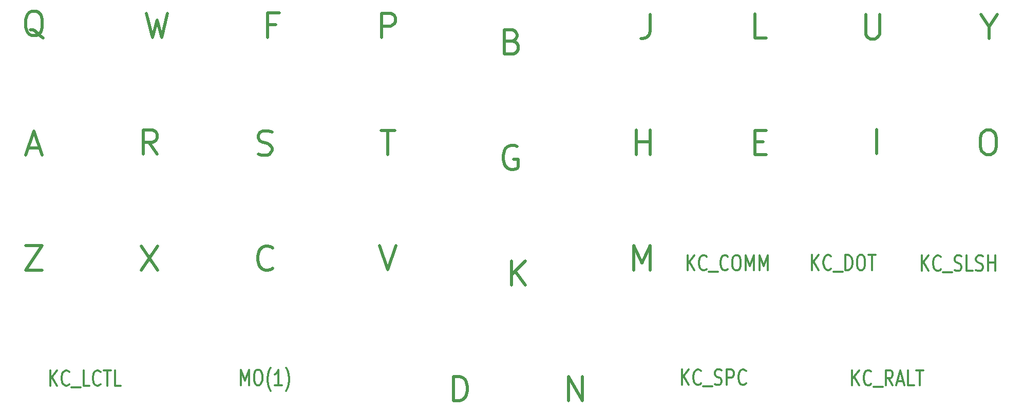
<source format=gbr>
%TF.GenerationSoftware,KiCad,Pcbnew,(5.1.9)-1*%
%TF.CreationDate,2021-08-24T15:28:57-07:00*%
%TF.ProjectId,DropDN - redesign2,44726f70-444e-4202-9d20-726564657369,rev?*%
%TF.SameCoordinates,Original*%
%TF.FileFunction,Legend,Top*%
%TF.FilePolarity,Positive*%
%FSLAX46Y46*%
G04 Gerber Fmt 4.6, Leading zero omitted, Abs format (unit mm)*
G04 Created by KiCad (PCBNEW (5.1.9)-1) date 2021-08-24 15:28:57*
%MOMM*%
%LPD*%
G01*
G04 APERTURE LIST*
%ADD10C,0.300000*%
%ADD11C,0.500000*%
G04 APERTURE END LIST*
D10*
X172985714Y-95730952D02*
X172985714Y-93230952D01*
X174128571Y-95730952D02*
X173271428Y-94302380D01*
X174128571Y-93230952D02*
X172985714Y-94659523D01*
X176128571Y-95492857D02*
X176033333Y-95611904D01*
X175747619Y-95730952D01*
X175557142Y-95730952D01*
X175271428Y-95611904D01*
X175080952Y-95373809D01*
X174985714Y-95135714D01*
X174890476Y-94659523D01*
X174890476Y-94302380D01*
X174985714Y-93826190D01*
X175080952Y-93588095D01*
X175271428Y-93350000D01*
X175557142Y-93230952D01*
X175747619Y-93230952D01*
X176033333Y-93350000D01*
X176128571Y-93469047D01*
X176509523Y-95969047D02*
X178033333Y-95969047D01*
X179652380Y-95730952D02*
X178985714Y-94540476D01*
X178509523Y-95730952D02*
X178509523Y-93230952D01*
X179271428Y-93230952D01*
X179461904Y-93350000D01*
X179557142Y-93469047D01*
X179652380Y-93707142D01*
X179652380Y-94064285D01*
X179557142Y-94302380D01*
X179461904Y-94421428D01*
X179271428Y-94540476D01*
X178509523Y-94540476D01*
X180414285Y-95016666D02*
X181366666Y-95016666D01*
X180223809Y-95730952D02*
X180890476Y-93230952D01*
X181557142Y-95730952D01*
X183176190Y-95730952D02*
X182223809Y-95730952D01*
X182223809Y-93230952D01*
X183557142Y-93230952D02*
X184700000Y-93230952D01*
X184128571Y-95730952D02*
X184128571Y-93230952D01*
X144911904Y-95630952D02*
X144911904Y-93130952D01*
X146054761Y-95630952D02*
X145197619Y-94202380D01*
X146054761Y-93130952D02*
X144911904Y-94559523D01*
X148054761Y-95392857D02*
X147959523Y-95511904D01*
X147673809Y-95630952D01*
X147483333Y-95630952D01*
X147197619Y-95511904D01*
X147007142Y-95273809D01*
X146911904Y-95035714D01*
X146816666Y-94559523D01*
X146816666Y-94202380D01*
X146911904Y-93726190D01*
X147007142Y-93488095D01*
X147197619Y-93250000D01*
X147483333Y-93130952D01*
X147673809Y-93130952D01*
X147959523Y-93250000D01*
X148054761Y-93369047D01*
X148435714Y-95869047D02*
X149959523Y-95869047D01*
X150340476Y-95511904D02*
X150626190Y-95630952D01*
X151102380Y-95630952D01*
X151292857Y-95511904D01*
X151388095Y-95392857D01*
X151483333Y-95154761D01*
X151483333Y-94916666D01*
X151388095Y-94678571D01*
X151292857Y-94559523D01*
X151102380Y-94440476D01*
X150721428Y-94321428D01*
X150530952Y-94202380D01*
X150435714Y-94083333D01*
X150340476Y-93845238D01*
X150340476Y-93607142D01*
X150435714Y-93369047D01*
X150530952Y-93250000D01*
X150721428Y-93130952D01*
X151197619Y-93130952D01*
X151483333Y-93250000D01*
X152340476Y-95630952D02*
X152340476Y-93130952D01*
X153102380Y-93130952D01*
X153292857Y-93250000D01*
X153388095Y-93369047D01*
X153483333Y-93607142D01*
X153483333Y-93964285D01*
X153388095Y-94202380D01*
X153292857Y-94321428D01*
X153102380Y-94440476D01*
X152340476Y-94440476D01*
X155483333Y-95392857D02*
X155388095Y-95511904D01*
X155102380Y-95630952D01*
X154911904Y-95630952D01*
X154626190Y-95511904D01*
X154435714Y-95273809D01*
X154340476Y-95035714D01*
X154245238Y-94559523D01*
X154245238Y-94202380D01*
X154340476Y-93726190D01*
X154435714Y-93488095D01*
X154626190Y-93250000D01*
X154911904Y-93130952D01*
X155102380Y-93130952D01*
X155388095Y-93250000D01*
X155483333Y-93369047D01*
D11*
X126254017Y-98250148D02*
X126254017Y-94250148D01*
X128539732Y-98250148D01*
X128539732Y-94250148D01*
X107299255Y-98250148D02*
X107299255Y-94250148D01*
X108251636Y-94250148D01*
X108823065Y-94440625D01*
X109204017Y-94821577D01*
X109394494Y-95202529D01*
X109584970Y-95964434D01*
X109584970Y-96535863D01*
X109394494Y-97297767D01*
X109204017Y-97678720D01*
X108823065Y-98059672D01*
X108251636Y-98250148D01*
X107299255Y-98250148D01*
D10*
X72200000Y-95680952D02*
X72200000Y-93180952D01*
X72866666Y-94966666D01*
X73533333Y-93180952D01*
X73533333Y-95680952D01*
X74866666Y-93180952D02*
X75247619Y-93180952D01*
X75438095Y-93300000D01*
X75628571Y-93538095D01*
X75723809Y-94014285D01*
X75723809Y-94847619D01*
X75628571Y-95323809D01*
X75438095Y-95561904D01*
X75247619Y-95680952D01*
X74866666Y-95680952D01*
X74676190Y-95561904D01*
X74485714Y-95323809D01*
X74390476Y-94847619D01*
X74390476Y-94014285D01*
X74485714Y-93538095D01*
X74676190Y-93300000D01*
X74866666Y-93180952D01*
X77152380Y-96633333D02*
X77057142Y-96514285D01*
X76866666Y-96157142D01*
X76771428Y-95919047D01*
X76676190Y-95561904D01*
X76580952Y-94966666D01*
X76580952Y-94490476D01*
X76676190Y-93895238D01*
X76771428Y-93538095D01*
X76866666Y-93300000D01*
X77057142Y-92942857D01*
X77152380Y-92823809D01*
X78961904Y-95680952D02*
X77819047Y-95680952D01*
X78390476Y-95680952D02*
X78390476Y-93180952D01*
X78200000Y-93538095D01*
X78009523Y-93776190D01*
X77819047Y-93895238D01*
X79628571Y-96633333D02*
X79723809Y-96514285D01*
X79914285Y-96157142D01*
X80009523Y-95919047D01*
X80104761Y-95561904D01*
X80200000Y-94966666D01*
X80200000Y-94490476D01*
X80104761Y-93895238D01*
X80009523Y-93538095D01*
X79914285Y-93300000D01*
X79723809Y-92942857D01*
X79628571Y-92823809D01*
X40767708Y-95780952D02*
X40767708Y-93280952D01*
X41910565Y-95780952D02*
X41053422Y-94352380D01*
X41910565Y-93280952D02*
X40767708Y-94709523D01*
X43910565Y-95542857D02*
X43815327Y-95661904D01*
X43529613Y-95780952D01*
X43339136Y-95780952D01*
X43053422Y-95661904D01*
X42862946Y-95423809D01*
X42767708Y-95185714D01*
X42672470Y-94709523D01*
X42672470Y-94352380D01*
X42767708Y-93876190D01*
X42862946Y-93638095D01*
X43053422Y-93400000D01*
X43339136Y-93280952D01*
X43529613Y-93280952D01*
X43815327Y-93400000D01*
X43910565Y-93519047D01*
X44291517Y-96019047D02*
X45815327Y-96019047D01*
X47243898Y-95780952D02*
X46291517Y-95780952D01*
X46291517Y-93280952D01*
X49053422Y-95542857D02*
X48958184Y-95661904D01*
X48672470Y-95780952D01*
X48481994Y-95780952D01*
X48196279Y-95661904D01*
X48005803Y-95423809D01*
X47910565Y-95185714D01*
X47815327Y-94709523D01*
X47815327Y-94352380D01*
X47910565Y-93876190D01*
X48005803Y-93638095D01*
X48196279Y-93400000D01*
X48481994Y-93280952D01*
X48672470Y-93280952D01*
X48958184Y-93400000D01*
X49053422Y-93519047D01*
X49624851Y-93280952D02*
X50767708Y-93280952D01*
X50196279Y-95780952D02*
X50196279Y-93280952D01*
X52386755Y-95780952D02*
X51434375Y-95780952D01*
X51434375Y-93280952D01*
X184452380Y-76830952D02*
X184452380Y-74330952D01*
X185595238Y-76830952D02*
X184738095Y-75402380D01*
X185595238Y-74330952D02*
X184452380Y-75759523D01*
X187595238Y-76592857D02*
X187500000Y-76711904D01*
X187214285Y-76830952D01*
X187023809Y-76830952D01*
X186738095Y-76711904D01*
X186547619Y-76473809D01*
X186452380Y-76235714D01*
X186357142Y-75759523D01*
X186357142Y-75402380D01*
X186452380Y-74926190D01*
X186547619Y-74688095D01*
X186738095Y-74450000D01*
X187023809Y-74330952D01*
X187214285Y-74330952D01*
X187500000Y-74450000D01*
X187595238Y-74569047D01*
X187976190Y-77069047D02*
X189500000Y-77069047D01*
X189880952Y-76711904D02*
X190166666Y-76830952D01*
X190642857Y-76830952D01*
X190833333Y-76711904D01*
X190928571Y-76592857D01*
X191023809Y-76354761D01*
X191023809Y-76116666D01*
X190928571Y-75878571D01*
X190833333Y-75759523D01*
X190642857Y-75640476D01*
X190261904Y-75521428D01*
X190071428Y-75402380D01*
X189976190Y-75283333D01*
X189880952Y-75045238D01*
X189880952Y-74807142D01*
X189976190Y-74569047D01*
X190071428Y-74450000D01*
X190261904Y-74330952D01*
X190738095Y-74330952D01*
X191023809Y-74450000D01*
X192833333Y-76830952D02*
X191880952Y-76830952D01*
X191880952Y-74330952D01*
X193404761Y-76711904D02*
X193690476Y-76830952D01*
X194166666Y-76830952D01*
X194357142Y-76711904D01*
X194452380Y-76592857D01*
X194547619Y-76354761D01*
X194547619Y-76116666D01*
X194452380Y-75878571D01*
X194357142Y-75759523D01*
X194166666Y-75640476D01*
X193785714Y-75521428D01*
X193595238Y-75402380D01*
X193500000Y-75283333D01*
X193404761Y-75045238D01*
X193404761Y-74807142D01*
X193500000Y-74569047D01*
X193595238Y-74450000D01*
X193785714Y-74330952D01*
X194261904Y-74330952D01*
X194547619Y-74450000D01*
X195404761Y-76830952D02*
X195404761Y-74330952D01*
X195404761Y-75521428D02*
X196547619Y-75521428D01*
X196547619Y-76830952D02*
X196547619Y-74330952D01*
X166354761Y-76730952D02*
X166354761Y-74230952D01*
X167497619Y-76730952D02*
X166640476Y-75302380D01*
X167497619Y-74230952D02*
X166354761Y-75659523D01*
X169497619Y-76492857D02*
X169402380Y-76611904D01*
X169116666Y-76730952D01*
X168926190Y-76730952D01*
X168640476Y-76611904D01*
X168450000Y-76373809D01*
X168354761Y-76135714D01*
X168259523Y-75659523D01*
X168259523Y-75302380D01*
X168354761Y-74826190D01*
X168450000Y-74588095D01*
X168640476Y-74350000D01*
X168926190Y-74230952D01*
X169116666Y-74230952D01*
X169402380Y-74350000D01*
X169497619Y-74469047D01*
X169878571Y-76969047D02*
X171402380Y-76969047D01*
X171878571Y-76730952D02*
X171878571Y-74230952D01*
X172354761Y-74230952D01*
X172640476Y-74350000D01*
X172830952Y-74588095D01*
X172926190Y-74826190D01*
X173021428Y-75302380D01*
X173021428Y-75659523D01*
X172926190Y-76135714D01*
X172830952Y-76373809D01*
X172640476Y-76611904D01*
X172354761Y-76730952D01*
X171878571Y-76730952D01*
X174259523Y-74230952D02*
X174640476Y-74230952D01*
X174830952Y-74350000D01*
X175021428Y-74588095D01*
X175116666Y-75064285D01*
X175116666Y-75897619D01*
X175021428Y-76373809D01*
X174830952Y-76611904D01*
X174640476Y-76730952D01*
X174259523Y-76730952D01*
X174069047Y-76611904D01*
X173878571Y-76373809D01*
X173783333Y-75897619D01*
X173783333Y-75064285D01*
X173878571Y-74588095D01*
X174069047Y-74350000D01*
X174259523Y-74230952D01*
X175688095Y-74230952D02*
X176830952Y-74230952D01*
X176259523Y-76730952D02*
X176259523Y-74230952D01*
X145830952Y-76780952D02*
X145830952Y-74280952D01*
X146973809Y-76780952D02*
X146116666Y-75352380D01*
X146973809Y-74280952D02*
X145830952Y-75709523D01*
X148973809Y-76542857D02*
X148878571Y-76661904D01*
X148592857Y-76780952D01*
X148402380Y-76780952D01*
X148116666Y-76661904D01*
X147926190Y-76423809D01*
X147830952Y-76185714D01*
X147735714Y-75709523D01*
X147735714Y-75352380D01*
X147830952Y-74876190D01*
X147926190Y-74638095D01*
X148116666Y-74400000D01*
X148402380Y-74280952D01*
X148592857Y-74280952D01*
X148878571Y-74400000D01*
X148973809Y-74519047D01*
X149354761Y-77019047D02*
X150878571Y-77019047D01*
X152497619Y-76542857D02*
X152402380Y-76661904D01*
X152116666Y-76780952D01*
X151926190Y-76780952D01*
X151640476Y-76661904D01*
X151450000Y-76423809D01*
X151354761Y-76185714D01*
X151259523Y-75709523D01*
X151259523Y-75352380D01*
X151354761Y-74876190D01*
X151450000Y-74638095D01*
X151640476Y-74400000D01*
X151926190Y-74280952D01*
X152116666Y-74280952D01*
X152402380Y-74400000D01*
X152497619Y-74519047D01*
X153735714Y-74280952D02*
X154116666Y-74280952D01*
X154307142Y-74400000D01*
X154497619Y-74638095D01*
X154592857Y-75114285D01*
X154592857Y-75947619D01*
X154497619Y-76423809D01*
X154307142Y-76661904D01*
X154116666Y-76780952D01*
X153735714Y-76780952D01*
X153545238Y-76661904D01*
X153354761Y-76423809D01*
X153259523Y-75947619D01*
X153259523Y-75114285D01*
X153354761Y-74638095D01*
X153545238Y-74400000D01*
X153735714Y-74280952D01*
X155450000Y-76780952D02*
X155450000Y-74280952D01*
X156116666Y-76066666D01*
X156783333Y-74280952D01*
X156783333Y-76780952D01*
X157735714Y-76780952D02*
X157735714Y-74280952D01*
X158402380Y-76066666D01*
X159069047Y-74280952D01*
X159069047Y-76780952D01*
D11*
X137016666Y-76709523D02*
X137016666Y-72709523D01*
X138350000Y-75566666D01*
X139683333Y-72709523D01*
X139683333Y-76709523D01*
X116824255Y-79200148D02*
X116824255Y-75200148D01*
X119109970Y-79200148D02*
X117395684Y-76914434D01*
X119109970Y-75200148D02*
X116824255Y-77485863D01*
X95107291Y-72659523D02*
X96440625Y-76659523D01*
X97773958Y-72659523D01*
X77438095Y-76378571D02*
X77247619Y-76569047D01*
X76676190Y-76759523D01*
X76295238Y-76759523D01*
X75723809Y-76569047D01*
X75342857Y-76188095D01*
X75152380Y-75807142D01*
X74961904Y-75045238D01*
X74961904Y-74473809D01*
X75152380Y-73711904D01*
X75342857Y-73330952D01*
X75723809Y-72950000D01*
X76295238Y-72759523D01*
X76676190Y-72759523D01*
X77247619Y-72950000D01*
X77438095Y-73140476D01*
X55816666Y-72759523D02*
X58483333Y-76759523D01*
X58483333Y-72759523D02*
X55816666Y-76759523D01*
X36766666Y-72709523D02*
X39433333Y-72709523D01*
X36766666Y-76709523D01*
X39433333Y-76709523D01*
X195069047Y-53659523D02*
X195830952Y-53659523D01*
X196211904Y-53850000D01*
X196592857Y-54230952D01*
X196783333Y-54992857D01*
X196783333Y-56326190D01*
X196592857Y-57088095D01*
X196211904Y-57469047D01*
X195830952Y-57659523D01*
X195069047Y-57659523D01*
X194688095Y-57469047D01*
X194307142Y-57088095D01*
X194116666Y-56326190D01*
X194116666Y-54992857D01*
X194307142Y-54230952D01*
X194688095Y-53850000D01*
X195069047Y-53659523D01*
X177050000Y-57559523D02*
X177050000Y-53559523D01*
X156942857Y-55614285D02*
X158276190Y-55614285D01*
X158847619Y-57709523D02*
X156942857Y-57709523D01*
X156942857Y-53709523D01*
X158847619Y-53709523D01*
X137407142Y-57659523D02*
X137407142Y-53659523D01*
X137407142Y-55564285D02*
X139692857Y-55564285D01*
X139692857Y-57659523D02*
X139692857Y-53659523D01*
X117728869Y-56340625D02*
X117347916Y-56150148D01*
X116776488Y-56150148D01*
X116205059Y-56340625D01*
X115824107Y-56721577D01*
X115633630Y-57102529D01*
X115443154Y-57864434D01*
X115443154Y-58435863D01*
X115633630Y-59197767D01*
X115824107Y-59578720D01*
X116205059Y-59959672D01*
X116776488Y-60150148D01*
X117157440Y-60150148D01*
X117728869Y-59959672D01*
X117919345Y-59769196D01*
X117919345Y-58435863D01*
X117157440Y-58435863D01*
X95297767Y-53709523D02*
X97583482Y-53709523D01*
X96440625Y-57709523D02*
X96440625Y-53709523D01*
X75057142Y-57578422D02*
X75628571Y-57768898D01*
X76580952Y-57768898D01*
X76961904Y-57578422D01*
X77152380Y-57387946D01*
X77342857Y-57006994D01*
X77342857Y-56626041D01*
X77152380Y-56245089D01*
X76961904Y-56054613D01*
X76580952Y-55864136D01*
X75819047Y-55673660D01*
X75438095Y-55483184D01*
X75247619Y-55292708D01*
X75057142Y-54911755D01*
X75057142Y-54530803D01*
X75247619Y-54149851D01*
X75438095Y-53959375D01*
X75819047Y-53768898D01*
X76771428Y-53768898D01*
X77342857Y-53959375D01*
X58388095Y-57609523D02*
X57054761Y-55704761D01*
X56102380Y-57609523D02*
X56102380Y-53609523D01*
X57626190Y-53609523D01*
X58007142Y-53800000D01*
X58197619Y-53990476D01*
X58388095Y-54371428D01*
X58388095Y-54942857D01*
X58197619Y-55323809D01*
X58007142Y-55514285D01*
X57626190Y-55704761D01*
X56102380Y-55704761D01*
X37147619Y-56626041D02*
X39052380Y-56626041D01*
X36766666Y-57768898D02*
X38100000Y-53768898D01*
X39433333Y-57768898D01*
X195550000Y-36654761D02*
X195550000Y-38559523D01*
X194216666Y-34559523D02*
X195550000Y-36654761D01*
X196883333Y-34559523D01*
X175207142Y-34609523D02*
X175207142Y-37847619D01*
X175397619Y-38228571D01*
X175588095Y-38419047D01*
X175969047Y-38609523D01*
X176730952Y-38609523D01*
X177111904Y-38419047D01*
X177302380Y-38228571D01*
X177492857Y-37847619D01*
X177492857Y-34609523D01*
X158838095Y-38459523D02*
X156933333Y-38459523D01*
X156933333Y-34459523D01*
X139671428Y-34559523D02*
X139671428Y-37416666D01*
X139480952Y-37988095D01*
X139100000Y-38369047D01*
X138528571Y-38559523D01*
X138147619Y-38559523D01*
X116966964Y-39004910D02*
X117538392Y-39195386D01*
X117728869Y-39385863D01*
X117919345Y-39766815D01*
X117919345Y-40338244D01*
X117728869Y-40719196D01*
X117538392Y-40909672D01*
X117157440Y-41100148D01*
X115633630Y-41100148D01*
X115633630Y-37100148D01*
X116966964Y-37100148D01*
X117347916Y-37290625D01*
X117538392Y-37481101D01*
X117728869Y-37862053D01*
X117728869Y-38243005D01*
X117538392Y-38623958D01*
X117347916Y-38814434D01*
X116966964Y-39004910D01*
X115633630Y-39004910D01*
X95393005Y-38409523D02*
X95393005Y-34409523D01*
X96916815Y-34409523D01*
X97297767Y-34600000D01*
X97488244Y-34790476D01*
X97678720Y-35171428D01*
X97678720Y-35742857D01*
X97488244Y-36123809D01*
X97297767Y-36314285D01*
X96916815Y-36504761D01*
X95393005Y-36504761D01*
X77962053Y-36264285D02*
X76628720Y-36264285D01*
X76628720Y-38359523D02*
X76628720Y-34359523D01*
X78533482Y-34359523D01*
X56663839Y-34409523D02*
X57616220Y-38409523D01*
X58378125Y-35552380D01*
X59140029Y-38409523D01*
X60092410Y-34409523D01*
X39623809Y-38440476D02*
X39242857Y-38250000D01*
X38861904Y-37869047D01*
X38290476Y-37297619D01*
X37909523Y-37107142D01*
X37528571Y-37107142D01*
X37719047Y-38059523D02*
X37338095Y-37869047D01*
X36957142Y-37488095D01*
X36766666Y-36726190D01*
X36766666Y-35392857D01*
X36957142Y-34630952D01*
X37338095Y-34250000D01*
X37719047Y-34059523D01*
X38480952Y-34059523D01*
X38861904Y-34250000D01*
X39242857Y-34630952D01*
X39433333Y-35392857D01*
X39433333Y-36726190D01*
X39242857Y-37488095D01*
X38861904Y-37869047D01*
X38480952Y-38059523D01*
X37719047Y-38059523D01*
M02*

</source>
